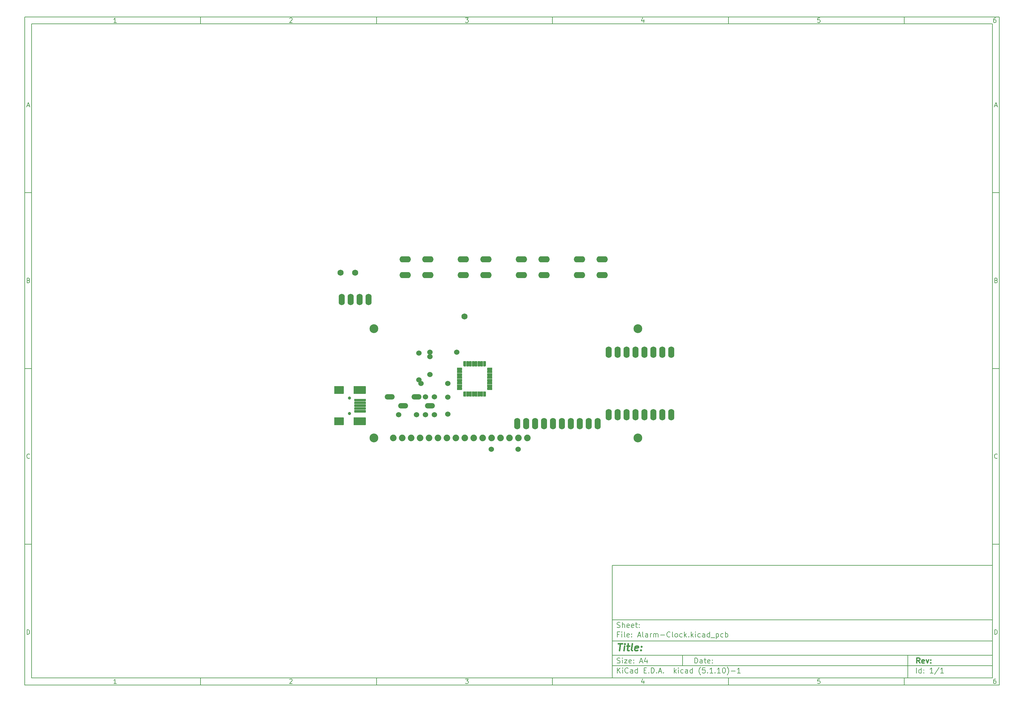
<source format=gbr>
%TF.GenerationSoftware,KiCad,Pcbnew,(5.1.10)-1*%
%TF.CreationDate,2021-11-24T23:11:51+01:00*%
%TF.ProjectId,Alarm-Clock,416c6172-6d2d-4436-9c6f-636b2e6b6963,rev?*%
%TF.SameCoordinates,Original*%
%TF.FileFunction,Soldermask,Top*%
%TF.FilePolarity,Negative*%
%FSLAX46Y46*%
G04 Gerber Fmt 4.6, Leading zero omitted, Abs format (unit mm)*
G04 Created by KiCad (PCBNEW (5.1.10)-1) date 2021-11-24 23:11:51*
%MOMM*%
%LPD*%
G01*
G04 APERTURE LIST*
%ADD10C,0.100000*%
%ADD11C,0.150000*%
%ADD12C,0.300000*%
%ADD13C,0.400000*%
%ADD14C,2.500000*%
%ADD15C,1.879600*%
%ADD16C,1.524000*%
%ADD17O,2.844800X1.524000*%
%ADD18C,0.900000*%
%ADD19O,1.727200X3.251200*%
%ADD20O,3.251200X1.727200*%
%ADD21C,1.727200*%
G04 APERTURE END LIST*
D10*
D11*
X177002200Y-166007200D02*
X177002200Y-198007200D01*
X285002200Y-198007200D01*
X285002200Y-166007200D01*
X177002200Y-166007200D01*
D10*
D11*
X10000000Y-10000000D02*
X10000000Y-200007200D01*
X287002200Y-200007200D01*
X287002200Y-10000000D01*
X10000000Y-10000000D01*
D10*
D11*
X12000000Y-12000000D02*
X12000000Y-198007200D01*
X285002200Y-198007200D01*
X285002200Y-12000000D01*
X12000000Y-12000000D01*
D10*
D11*
X60000000Y-12000000D02*
X60000000Y-10000000D01*
D10*
D11*
X110000000Y-12000000D02*
X110000000Y-10000000D01*
D10*
D11*
X160000000Y-12000000D02*
X160000000Y-10000000D01*
D10*
D11*
X210000000Y-12000000D02*
X210000000Y-10000000D01*
D10*
D11*
X260000000Y-12000000D02*
X260000000Y-10000000D01*
D10*
D11*
X36065476Y-11588095D02*
X35322619Y-11588095D01*
X35694047Y-11588095D02*
X35694047Y-10288095D01*
X35570238Y-10473809D01*
X35446428Y-10597619D01*
X35322619Y-10659523D01*
D10*
D11*
X85322619Y-10411904D02*
X85384523Y-10350000D01*
X85508333Y-10288095D01*
X85817857Y-10288095D01*
X85941666Y-10350000D01*
X86003571Y-10411904D01*
X86065476Y-10535714D01*
X86065476Y-10659523D01*
X86003571Y-10845238D01*
X85260714Y-11588095D01*
X86065476Y-11588095D01*
D10*
D11*
X135260714Y-10288095D02*
X136065476Y-10288095D01*
X135632142Y-10783333D01*
X135817857Y-10783333D01*
X135941666Y-10845238D01*
X136003571Y-10907142D01*
X136065476Y-11030952D01*
X136065476Y-11340476D01*
X136003571Y-11464285D01*
X135941666Y-11526190D01*
X135817857Y-11588095D01*
X135446428Y-11588095D01*
X135322619Y-11526190D01*
X135260714Y-11464285D01*
D10*
D11*
X185941666Y-10721428D02*
X185941666Y-11588095D01*
X185632142Y-10226190D02*
X185322619Y-11154761D01*
X186127380Y-11154761D01*
D10*
D11*
X236003571Y-10288095D02*
X235384523Y-10288095D01*
X235322619Y-10907142D01*
X235384523Y-10845238D01*
X235508333Y-10783333D01*
X235817857Y-10783333D01*
X235941666Y-10845238D01*
X236003571Y-10907142D01*
X236065476Y-11030952D01*
X236065476Y-11340476D01*
X236003571Y-11464285D01*
X235941666Y-11526190D01*
X235817857Y-11588095D01*
X235508333Y-11588095D01*
X235384523Y-11526190D01*
X235322619Y-11464285D01*
D10*
D11*
X285941666Y-10288095D02*
X285694047Y-10288095D01*
X285570238Y-10350000D01*
X285508333Y-10411904D01*
X285384523Y-10597619D01*
X285322619Y-10845238D01*
X285322619Y-11340476D01*
X285384523Y-11464285D01*
X285446428Y-11526190D01*
X285570238Y-11588095D01*
X285817857Y-11588095D01*
X285941666Y-11526190D01*
X286003571Y-11464285D01*
X286065476Y-11340476D01*
X286065476Y-11030952D01*
X286003571Y-10907142D01*
X285941666Y-10845238D01*
X285817857Y-10783333D01*
X285570238Y-10783333D01*
X285446428Y-10845238D01*
X285384523Y-10907142D01*
X285322619Y-11030952D01*
D10*
D11*
X60000000Y-198007200D02*
X60000000Y-200007200D01*
D10*
D11*
X110000000Y-198007200D02*
X110000000Y-200007200D01*
D10*
D11*
X160000000Y-198007200D02*
X160000000Y-200007200D01*
D10*
D11*
X210000000Y-198007200D02*
X210000000Y-200007200D01*
D10*
D11*
X260000000Y-198007200D02*
X260000000Y-200007200D01*
D10*
D11*
X36065476Y-199595295D02*
X35322619Y-199595295D01*
X35694047Y-199595295D02*
X35694047Y-198295295D01*
X35570238Y-198481009D01*
X35446428Y-198604819D01*
X35322619Y-198666723D01*
D10*
D11*
X85322619Y-198419104D02*
X85384523Y-198357200D01*
X85508333Y-198295295D01*
X85817857Y-198295295D01*
X85941666Y-198357200D01*
X86003571Y-198419104D01*
X86065476Y-198542914D01*
X86065476Y-198666723D01*
X86003571Y-198852438D01*
X85260714Y-199595295D01*
X86065476Y-199595295D01*
D10*
D11*
X135260714Y-198295295D02*
X136065476Y-198295295D01*
X135632142Y-198790533D01*
X135817857Y-198790533D01*
X135941666Y-198852438D01*
X136003571Y-198914342D01*
X136065476Y-199038152D01*
X136065476Y-199347676D01*
X136003571Y-199471485D01*
X135941666Y-199533390D01*
X135817857Y-199595295D01*
X135446428Y-199595295D01*
X135322619Y-199533390D01*
X135260714Y-199471485D01*
D10*
D11*
X185941666Y-198728628D02*
X185941666Y-199595295D01*
X185632142Y-198233390D02*
X185322619Y-199161961D01*
X186127380Y-199161961D01*
D10*
D11*
X236003571Y-198295295D02*
X235384523Y-198295295D01*
X235322619Y-198914342D01*
X235384523Y-198852438D01*
X235508333Y-198790533D01*
X235817857Y-198790533D01*
X235941666Y-198852438D01*
X236003571Y-198914342D01*
X236065476Y-199038152D01*
X236065476Y-199347676D01*
X236003571Y-199471485D01*
X235941666Y-199533390D01*
X235817857Y-199595295D01*
X235508333Y-199595295D01*
X235384523Y-199533390D01*
X235322619Y-199471485D01*
D10*
D11*
X285941666Y-198295295D02*
X285694047Y-198295295D01*
X285570238Y-198357200D01*
X285508333Y-198419104D01*
X285384523Y-198604819D01*
X285322619Y-198852438D01*
X285322619Y-199347676D01*
X285384523Y-199471485D01*
X285446428Y-199533390D01*
X285570238Y-199595295D01*
X285817857Y-199595295D01*
X285941666Y-199533390D01*
X286003571Y-199471485D01*
X286065476Y-199347676D01*
X286065476Y-199038152D01*
X286003571Y-198914342D01*
X285941666Y-198852438D01*
X285817857Y-198790533D01*
X285570238Y-198790533D01*
X285446428Y-198852438D01*
X285384523Y-198914342D01*
X285322619Y-199038152D01*
D10*
D11*
X10000000Y-60000000D02*
X12000000Y-60000000D01*
D10*
D11*
X10000000Y-110000000D02*
X12000000Y-110000000D01*
D10*
D11*
X10000000Y-160000000D02*
X12000000Y-160000000D01*
D10*
D11*
X10690476Y-35216666D02*
X11309523Y-35216666D01*
X10566666Y-35588095D02*
X11000000Y-34288095D01*
X11433333Y-35588095D01*
D10*
D11*
X11092857Y-84907142D02*
X11278571Y-84969047D01*
X11340476Y-85030952D01*
X11402380Y-85154761D01*
X11402380Y-85340476D01*
X11340476Y-85464285D01*
X11278571Y-85526190D01*
X11154761Y-85588095D01*
X10659523Y-85588095D01*
X10659523Y-84288095D01*
X11092857Y-84288095D01*
X11216666Y-84350000D01*
X11278571Y-84411904D01*
X11340476Y-84535714D01*
X11340476Y-84659523D01*
X11278571Y-84783333D01*
X11216666Y-84845238D01*
X11092857Y-84907142D01*
X10659523Y-84907142D01*
D10*
D11*
X11402380Y-135464285D02*
X11340476Y-135526190D01*
X11154761Y-135588095D01*
X11030952Y-135588095D01*
X10845238Y-135526190D01*
X10721428Y-135402380D01*
X10659523Y-135278571D01*
X10597619Y-135030952D01*
X10597619Y-134845238D01*
X10659523Y-134597619D01*
X10721428Y-134473809D01*
X10845238Y-134350000D01*
X11030952Y-134288095D01*
X11154761Y-134288095D01*
X11340476Y-134350000D01*
X11402380Y-134411904D01*
D10*
D11*
X10659523Y-185588095D02*
X10659523Y-184288095D01*
X10969047Y-184288095D01*
X11154761Y-184350000D01*
X11278571Y-184473809D01*
X11340476Y-184597619D01*
X11402380Y-184845238D01*
X11402380Y-185030952D01*
X11340476Y-185278571D01*
X11278571Y-185402380D01*
X11154761Y-185526190D01*
X10969047Y-185588095D01*
X10659523Y-185588095D01*
D10*
D11*
X287002200Y-60000000D02*
X285002200Y-60000000D01*
D10*
D11*
X287002200Y-110000000D02*
X285002200Y-110000000D01*
D10*
D11*
X287002200Y-160000000D02*
X285002200Y-160000000D01*
D10*
D11*
X285692676Y-35216666D02*
X286311723Y-35216666D01*
X285568866Y-35588095D02*
X286002200Y-34288095D01*
X286435533Y-35588095D01*
D10*
D11*
X286095057Y-84907142D02*
X286280771Y-84969047D01*
X286342676Y-85030952D01*
X286404580Y-85154761D01*
X286404580Y-85340476D01*
X286342676Y-85464285D01*
X286280771Y-85526190D01*
X286156961Y-85588095D01*
X285661723Y-85588095D01*
X285661723Y-84288095D01*
X286095057Y-84288095D01*
X286218866Y-84350000D01*
X286280771Y-84411904D01*
X286342676Y-84535714D01*
X286342676Y-84659523D01*
X286280771Y-84783333D01*
X286218866Y-84845238D01*
X286095057Y-84907142D01*
X285661723Y-84907142D01*
D10*
D11*
X286404580Y-135464285D02*
X286342676Y-135526190D01*
X286156961Y-135588095D01*
X286033152Y-135588095D01*
X285847438Y-135526190D01*
X285723628Y-135402380D01*
X285661723Y-135278571D01*
X285599819Y-135030952D01*
X285599819Y-134845238D01*
X285661723Y-134597619D01*
X285723628Y-134473809D01*
X285847438Y-134350000D01*
X286033152Y-134288095D01*
X286156961Y-134288095D01*
X286342676Y-134350000D01*
X286404580Y-134411904D01*
D10*
D11*
X285661723Y-185588095D02*
X285661723Y-184288095D01*
X285971247Y-184288095D01*
X286156961Y-184350000D01*
X286280771Y-184473809D01*
X286342676Y-184597619D01*
X286404580Y-184845238D01*
X286404580Y-185030952D01*
X286342676Y-185278571D01*
X286280771Y-185402380D01*
X286156961Y-185526190D01*
X285971247Y-185588095D01*
X285661723Y-185588095D01*
D10*
D11*
X200434342Y-193785771D02*
X200434342Y-192285771D01*
X200791485Y-192285771D01*
X201005771Y-192357200D01*
X201148628Y-192500057D01*
X201220057Y-192642914D01*
X201291485Y-192928628D01*
X201291485Y-193142914D01*
X201220057Y-193428628D01*
X201148628Y-193571485D01*
X201005771Y-193714342D01*
X200791485Y-193785771D01*
X200434342Y-193785771D01*
X202577200Y-193785771D02*
X202577200Y-193000057D01*
X202505771Y-192857200D01*
X202362914Y-192785771D01*
X202077200Y-192785771D01*
X201934342Y-192857200D01*
X202577200Y-193714342D02*
X202434342Y-193785771D01*
X202077200Y-193785771D01*
X201934342Y-193714342D01*
X201862914Y-193571485D01*
X201862914Y-193428628D01*
X201934342Y-193285771D01*
X202077200Y-193214342D01*
X202434342Y-193214342D01*
X202577200Y-193142914D01*
X203077200Y-192785771D02*
X203648628Y-192785771D01*
X203291485Y-192285771D02*
X203291485Y-193571485D01*
X203362914Y-193714342D01*
X203505771Y-193785771D01*
X203648628Y-193785771D01*
X204720057Y-193714342D02*
X204577200Y-193785771D01*
X204291485Y-193785771D01*
X204148628Y-193714342D01*
X204077200Y-193571485D01*
X204077200Y-193000057D01*
X204148628Y-192857200D01*
X204291485Y-192785771D01*
X204577200Y-192785771D01*
X204720057Y-192857200D01*
X204791485Y-193000057D01*
X204791485Y-193142914D01*
X204077200Y-193285771D01*
X205434342Y-193642914D02*
X205505771Y-193714342D01*
X205434342Y-193785771D01*
X205362914Y-193714342D01*
X205434342Y-193642914D01*
X205434342Y-193785771D01*
X205434342Y-192857200D02*
X205505771Y-192928628D01*
X205434342Y-193000057D01*
X205362914Y-192928628D01*
X205434342Y-192857200D01*
X205434342Y-193000057D01*
D10*
D11*
X177002200Y-194507200D02*
X285002200Y-194507200D01*
D10*
D11*
X178434342Y-196585771D02*
X178434342Y-195085771D01*
X179291485Y-196585771D02*
X178648628Y-195728628D01*
X179291485Y-195085771D02*
X178434342Y-195942914D01*
X179934342Y-196585771D02*
X179934342Y-195585771D01*
X179934342Y-195085771D02*
X179862914Y-195157200D01*
X179934342Y-195228628D01*
X180005771Y-195157200D01*
X179934342Y-195085771D01*
X179934342Y-195228628D01*
X181505771Y-196442914D02*
X181434342Y-196514342D01*
X181220057Y-196585771D01*
X181077200Y-196585771D01*
X180862914Y-196514342D01*
X180720057Y-196371485D01*
X180648628Y-196228628D01*
X180577200Y-195942914D01*
X180577200Y-195728628D01*
X180648628Y-195442914D01*
X180720057Y-195300057D01*
X180862914Y-195157200D01*
X181077200Y-195085771D01*
X181220057Y-195085771D01*
X181434342Y-195157200D01*
X181505771Y-195228628D01*
X182791485Y-196585771D02*
X182791485Y-195800057D01*
X182720057Y-195657200D01*
X182577200Y-195585771D01*
X182291485Y-195585771D01*
X182148628Y-195657200D01*
X182791485Y-196514342D02*
X182648628Y-196585771D01*
X182291485Y-196585771D01*
X182148628Y-196514342D01*
X182077200Y-196371485D01*
X182077200Y-196228628D01*
X182148628Y-196085771D01*
X182291485Y-196014342D01*
X182648628Y-196014342D01*
X182791485Y-195942914D01*
X184148628Y-196585771D02*
X184148628Y-195085771D01*
X184148628Y-196514342D02*
X184005771Y-196585771D01*
X183720057Y-196585771D01*
X183577200Y-196514342D01*
X183505771Y-196442914D01*
X183434342Y-196300057D01*
X183434342Y-195871485D01*
X183505771Y-195728628D01*
X183577200Y-195657200D01*
X183720057Y-195585771D01*
X184005771Y-195585771D01*
X184148628Y-195657200D01*
X186005771Y-195800057D02*
X186505771Y-195800057D01*
X186720057Y-196585771D02*
X186005771Y-196585771D01*
X186005771Y-195085771D01*
X186720057Y-195085771D01*
X187362914Y-196442914D02*
X187434342Y-196514342D01*
X187362914Y-196585771D01*
X187291485Y-196514342D01*
X187362914Y-196442914D01*
X187362914Y-196585771D01*
X188077200Y-196585771D02*
X188077200Y-195085771D01*
X188434342Y-195085771D01*
X188648628Y-195157200D01*
X188791485Y-195300057D01*
X188862914Y-195442914D01*
X188934342Y-195728628D01*
X188934342Y-195942914D01*
X188862914Y-196228628D01*
X188791485Y-196371485D01*
X188648628Y-196514342D01*
X188434342Y-196585771D01*
X188077200Y-196585771D01*
X189577200Y-196442914D02*
X189648628Y-196514342D01*
X189577200Y-196585771D01*
X189505771Y-196514342D01*
X189577200Y-196442914D01*
X189577200Y-196585771D01*
X190220057Y-196157200D02*
X190934342Y-196157200D01*
X190077200Y-196585771D02*
X190577200Y-195085771D01*
X191077200Y-196585771D01*
X191577200Y-196442914D02*
X191648628Y-196514342D01*
X191577200Y-196585771D01*
X191505771Y-196514342D01*
X191577200Y-196442914D01*
X191577200Y-196585771D01*
X194577200Y-196585771D02*
X194577200Y-195085771D01*
X194720057Y-196014342D02*
X195148628Y-196585771D01*
X195148628Y-195585771D02*
X194577200Y-196157200D01*
X195791485Y-196585771D02*
X195791485Y-195585771D01*
X195791485Y-195085771D02*
X195720057Y-195157200D01*
X195791485Y-195228628D01*
X195862914Y-195157200D01*
X195791485Y-195085771D01*
X195791485Y-195228628D01*
X197148628Y-196514342D02*
X197005771Y-196585771D01*
X196720057Y-196585771D01*
X196577200Y-196514342D01*
X196505771Y-196442914D01*
X196434342Y-196300057D01*
X196434342Y-195871485D01*
X196505771Y-195728628D01*
X196577200Y-195657200D01*
X196720057Y-195585771D01*
X197005771Y-195585771D01*
X197148628Y-195657200D01*
X198434342Y-196585771D02*
X198434342Y-195800057D01*
X198362914Y-195657200D01*
X198220057Y-195585771D01*
X197934342Y-195585771D01*
X197791485Y-195657200D01*
X198434342Y-196514342D02*
X198291485Y-196585771D01*
X197934342Y-196585771D01*
X197791485Y-196514342D01*
X197720057Y-196371485D01*
X197720057Y-196228628D01*
X197791485Y-196085771D01*
X197934342Y-196014342D01*
X198291485Y-196014342D01*
X198434342Y-195942914D01*
X199791485Y-196585771D02*
X199791485Y-195085771D01*
X199791485Y-196514342D02*
X199648628Y-196585771D01*
X199362914Y-196585771D01*
X199220057Y-196514342D01*
X199148628Y-196442914D01*
X199077200Y-196300057D01*
X199077200Y-195871485D01*
X199148628Y-195728628D01*
X199220057Y-195657200D01*
X199362914Y-195585771D01*
X199648628Y-195585771D01*
X199791485Y-195657200D01*
X202077200Y-197157200D02*
X202005771Y-197085771D01*
X201862914Y-196871485D01*
X201791485Y-196728628D01*
X201720057Y-196514342D01*
X201648628Y-196157200D01*
X201648628Y-195871485D01*
X201720057Y-195514342D01*
X201791485Y-195300057D01*
X201862914Y-195157200D01*
X202005771Y-194942914D01*
X202077200Y-194871485D01*
X203362914Y-195085771D02*
X202648628Y-195085771D01*
X202577200Y-195800057D01*
X202648628Y-195728628D01*
X202791485Y-195657200D01*
X203148628Y-195657200D01*
X203291485Y-195728628D01*
X203362914Y-195800057D01*
X203434342Y-195942914D01*
X203434342Y-196300057D01*
X203362914Y-196442914D01*
X203291485Y-196514342D01*
X203148628Y-196585771D01*
X202791485Y-196585771D01*
X202648628Y-196514342D01*
X202577200Y-196442914D01*
X204077200Y-196442914D02*
X204148628Y-196514342D01*
X204077200Y-196585771D01*
X204005771Y-196514342D01*
X204077200Y-196442914D01*
X204077200Y-196585771D01*
X205577200Y-196585771D02*
X204720057Y-196585771D01*
X205148628Y-196585771D02*
X205148628Y-195085771D01*
X205005771Y-195300057D01*
X204862914Y-195442914D01*
X204720057Y-195514342D01*
X206220057Y-196442914D02*
X206291485Y-196514342D01*
X206220057Y-196585771D01*
X206148628Y-196514342D01*
X206220057Y-196442914D01*
X206220057Y-196585771D01*
X207720057Y-196585771D02*
X206862914Y-196585771D01*
X207291485Y-196585771D02*
X207291485Y-195085771D01*
X207148628Y-195300057D01*
X207005771Y-195442914D01*
X206862914Y-195514342D01*
X208648628Y-195085771D02*
X208791485Y-195085771D01*
X208934342Y-195157200D01*
X209005771Y-195228628D01*
X209077200Y-195371485D01*
X209148628Y-195657200D01*
X209148628Y-196014342D01*
X209077200Y-196300057D01*
X209005771Y-196442914D01*
X208934342Y-196514342D01*
X208791485Y-196585771D01*
X208648628Y-196585771D01*
X208505771Y-196514342D01*
X208434342Y-196442914D01*
X208362914Y-196300057D01*
X208291485Y-196014342D01*
X208291485Y-195657200D01*
X208362914Y-195371485D01*
X208434342Y-195228628D01*
X208505771Y-195157200D01*
X208648628Y-195085771D01*
X209648628Y-197157200D02*
X209720057Y-197085771D01*
X209862914Y-196871485D01*
X209934342Y-196728628D01*
X210005771Y-196514342D01*
X210077200Y-196157200D01*
X210077200Y-195871485D01*
X210005771Y-195514342D01*
X209934342Y-195300057D01*
X209862914Y-195157200D01*
X209720057Y-194942914D01*
X209648628Y-194871485D01*
X210791485Y-196014342D02*
X211934342Y-196014342D01*
X213434342Y-196585771D02*
X212577200Y-196585771D01*
X213005771Y-196585771D02*
X213005771Y-195085771D01*
X212862914Y-195300057D01*
X212720057Y-195442914D01*
X212577200Y-195514342D01*
D10*
D11*
X177002200Y-191507200D02*
X285002200Y-191507200D01*
D10*
D12*
X264411485Y-193785771D02*
X263911485Y-193071485D01*
X263554342Y-193785771D02*
X263554342Y-192285771D01*
X264125771Y-192285771D01*
X264268628Y-192357200D01*
X264340057Y-192428628D01*
X264411485Y-192571485D01*
X264411485Y-192785771D01*
X264340057Y-192928628D01*
X264268628Y-193000057D01*
X264125771Y-193071485D01*
X263554342Y-193071485D01*
X265625771Y-193714342D02*
X265482914Y-193785771D01*
X265197200Y-193785771D01*
X265054342Y-193714342D01*
X264982914Y-193571485D01*
X264982914Y-193000057D01*
X265054342Y-192857200D01*
X265197200Y-192785771D01*
X265482914Y-192785771D01*
X265625771Y-192857200D01*
X265697200Y-193000057D01*
X265697200Y-193142914D01*
X264982914Y-193285771D01*
X266197200Y-192785771D02*
X266554342Y-193785771D01*
X266911485Y-192785771D01*
X267482914Y-193642914D02*
X267554342Y-193714342D01*
X267482914Y-193785771D01*
X267411485Y-193714342D01*
X267482914Y-193642914D01*
X267482914Y-193785771D01*
X267482914Y-192857200D02*
X267554342Y-192928628D01*
X267482914Y-193000057D01*
X267411485Y-192928628D01*
X267482914Y-192857200D01*
X267482914Y-193000057D01*
D10*
D11*
X178362914Y-193714342D02*
X178577200Y-193785771D01*
X178934342Y-193785771D01*
X179077200Y-193714342D01*
X179148628Y-193642914D01*
X179220057Y-193500057D01*
X179220057Y-193357200D01*
X179148628Y-193214342D01*
X179077200Y-193142914D01*
X178934342Y-193071485D01*
X178648628Y-193000057D01*
X178505771Y-192928628D01*
X178434342Y-192857200D01*
X178362914Y-192714342D01*
X178362914Y-192571485D01*
X178434342Y-192428628D01*
X178505771Y-192357200D01*
X178648628Y-192285771D01*
X179005771Y-192285771D01*
X179220057Y-192357200D01*
X179862914Y-193785771D02*
X179862914Y-192785771D01*
X179862914Y-192285771D02*
X179791485Y-192357200D01*
X179862914Y-192428628D01*
X179934342Y-192357200D01*
X179862914Y-192285771D01*
X179862914Y-192428628D01*
X180434342Y-192785771D02*
X181220057Y-192785771D01*
X180434342Y-193785771D01*
X181220057Y-193785771D01*
X182362914Y-193714342D02*
X182220057Y-193785771D01*
X181934342Y-193785771D01*
X181791485Y-193714342D01*
X181720057Y-193571485D01*
X181720057Y-193000057D01*
X181791485Y-192857200D01*
X181934342Y-192785771D01*
X182220057Y-192785771D01*
X182362914Y-192857200D01*
X182434342Y-193000057D01*
X182434342Y-193142914D01*
X181720057Y-193285771D01*
X183077200Y-193642914D02*
X183148628Y-193714342D01*
X183077200Y-193785771D01*
X183005771Y-193714342D01*
X183077200Y-193642914D01*
X183077200Y-193785771D01*
X183077200Y-192857200D02*
X183148628Y-192928628D01*
X183077200Y-193000057D01*
X183005771Y-192928628D01*
X183077200Y-192857200D01*
X183077200Y-193000057D01*
X184862914Y-193357200D02*
X185577200Y-193357200D01*
X184720057Y-193785771D02*
X185220057Y-192285771D01*
X185720057Y-193785771D01*
X186862914Y-192785771D02*
X186862914Y-193785771D01*
X186505771Y-192214342D02*
X186148628Y-193285771D01*
X187077200Y-193285771D01*
D10*
D11*
X263434342Y-196585771D02*
X263434342Y-195085771D01*
X264791485Y-196585771D02*
X264791485Y-195085771D01*
X264791485Y-196514342D02*
X264648628Y-196585771D01*
X264362914Y-196585771D01*
X264220057Y-196514342D01*
X264148628Y-196442914D01*
X264077200Y-196300057D01*
X264077200Y-195871485D01*
X264148628Y-195728628D01*
X264220057Y-195657200D01*
X264362914Y-195585771D01*
X264648628Y-195585771D01*
X264791485Y-195657200D01*
X265505771Y-196442914D02*
X265577200Y-196514342D01*
X265505771Y-196585771D01*
X265434342Y-196514342D01*
X265505771Y-196442914D01*
X265505771Y-196585771D01*
X265505771Y-195657200D02*
X265577200Y-195728628D01*
X265505771Y-195800057D01*
X265434342Y-195728628D01*
X265505771Y-195657200D01*
X265505771Y-195800057D01*
X268148628Y-196585771D02*
X267291485Y-196585771D01*
X267720057Y-196585771D02*
X267720057Y-195085771D01*
X267577200Y-195300057D01*
X267434342Y-195442914D01*
X267291485Y-195514342D01*
X269862914Y-195014342D02*
X268577200Y-196942914D01*
X271148628Y-196585771D02*
X270291485Y-196585771D01*
X270720057Y-196585771D02*
X270720057Y-195085771D01*
X270577200Y-195300057D01*
X270434342Y-195442914D01*
X270291485Y-195514342D01*
D10*
D11*
X177002200Y-187507200D02*
X285002200Y-187507200D01*
D10*
D13*
X178714580Y-188211961D02*
X179857438Y-188211961D01*
X179036009Y-190211961D02*
X179286009Y-188211961D01*
X180274104Y-190211961D02*
X180440771Y-188878628D01*
X180524104Y-188211961D02*
X180416961Y-188307200D01*
X180500295Y-188402438D01*
X180607438Y-188307200D01*
X180524104Y-188211961D01*
X180500295Y-188402438D01*
X181107438Y-188878628D02*
X181869342Y-188878628D01*
X181476485Y-188211961D02*
X181262200Y-189926247D01*
X181333628Y-190116723D01*
X181512200Y-190211961D01*
X181702676Y-190211961D01*
X182655057Y-190211961D02*
X182476485Y-190116723D01*
X182405057Y-189926247D01*
X182619342Y-188211961D01*
X184190771Y-190116723D02*
X183988390Y-190211961D01*
X183607438Y-190211961D01*
X183428866Y-190116723D01*
X183357438Y-189926247D01*
X183452676Y-189164342D01*
X183571723Y-188973866D01*
X183774104Y-188878628D01*
X184155057Y-188878628D01*
X184333628Y-188973866D01*
X184405057Y-189164342D01*
X184381247Y-189354819D01*
X183405057Y-189545295D01*
X185155057Y-190021485D02*
X185238390Y-190116723D01*
X185131247Y-190211961D01*
X185047914Y-190116723D01*
X185155057Y-190021485D01*
X185131247Y-190211961D01*
X185286009Y-188973866D02*
X185369342Y-189069104D01*
X185262200Y-189164342D01*
X185178866Y-189069104D01*
X185286009Y-188973866D01*
X185262200Y-189164342D01*
D10*
D11*
X178934342Y-185600057D02*
X178434342Y-185600057D01*
X178434342Y-186385771D02*
X178434342Y-184885771D01*
X179148628Y-184885771D01*
X179720057Y-186385771D02*
X179720057Y-185385771D01*
X179720057Y-184885771D02*
X179648628Y-184957200D01*
X179720057Y-185028628D01*
X179791485Y-184957200D01*
X179720057Y-184885771D01*
X179720057Y-185028628D01*
X180648628Y-186385771D02*
X180505771Y-186314342D01*
X180434342Y-186171485D01*
X180434342Y-184885771D01*
X181791485Y-186314342D02*
X181648628Y-186385771D01*
X181362914Y-186385771D01*
X181220057Y-186314342D01*
X181148628Y-186171485D01*
X181148628Y-185600057D01*
X181220057Y-185457200D01*
X181362914Y-185385771D01*
X181648628Y-185385771D01*
X181791485Y-185457200D01*
X181862914Y-185600057D01*
X181862914Y-185742914D01*
X181148628Y-185885771D01*
X182505771Y-186242914D02*
X182577200Y-186314342D01*
X182505771Y-186385771D01*
X182434342Y-186314342D01*
X182505771Y-186242914D01*
X182505771Y-186385771D01*
X182505771Y-185457200D02*
X182577200Y-185528628D01*
X182505771Y-185600057D01*
X182434342Y-185528628D01*
X182505771Y-185457200D01*
X182505771Y-185600057D01*
X184291485Y-185957200D02*
X185005771Y-185957200D01*
X184148628Y-186385771D02*
X184648628Y-184885771D01*
X185148628Y-186385771D01*
X185862914Y-186385771D02*
X185720057Y-186314342D01*
X185648628Y-186171485D01*
X185648628Y-184885771D01*
X187077200Y-186385771D02*
X187077200Y-185600057D01*
X187005771Y-185457200D01*
X186862914Y-185385771D01*
X186577200Y-185385771D01*
X186434342Y-185457200D01*
X187077200Y-186314342D02*
X186934342Y-186385771D01*
X186577200Y-186385771D01*
X186434342Y-186314342D01*
X186362914Y-186171485D01*
X186362914Y-186028628D01*
X186434342Y-185885771D01*
X186577200Y-185814342D01*
X186934342Y-185814342D01*
X187077200Y-185742914D01*
X187791485Y-186385771D02*
X187791485Y-185385771D01*
X187791485Y-185671485D02*
X187862914Y-185528628D01*
X187934342Y-185457200D01*
X188077200Y-185385771D01*
X188220057Y-185385771D01*
X188720057Y-186385771D02*
X188720057Y-185385771D01*
X188720057Y-185528628D02*
X188791485Y-185457200D01*
X188934342Y-185385771D01*
X189148628Y-185385771D01*
X189291485Y-185457200D01*
X189362914Y-185600057D01*
X189362914Y-186385771D01*
X189362914Y-185600057D02*
X189434342Y-185457200D01*
X189577200Y-185385771D01*
X189791485Y-185385771D01*
X189934342Y-185457200D01*
X190005771Y-185600057D01*
X190005771Y-186385771D01*
X190720057Y-185814342D02*
X191862914Y-185814342D01*
X193434342Y-186242914D02*
X193362914Y-186314342D01*
X193148628Y-186385771D01*
X193005771Y-186385771D01*
X192791485Y-186314342D01*
X192648628Y-186171485D01*
X192577200Y-186028628D01*
X192505771Y-185742914D01*
X192505771Y-185528628D01*
X192577200Y-185242914D01*
X192648628Y-185100057D01*
X192791485Y-184957200D01*
X193005771Y-184885771D01*
X193148628Y-184885771D01*
X193362914Y-184957200D01*
X193434342Y-185028628D01*
X194291485Y-186385771D02*
X194148628Y-186314342D01*
X194077200Y-186171485D01*
X194077200Y-184885771D01*
X195077200Y-186385771D02*
X194934342Y-186314342D01*
X194862914Y-186242914D01*
X194791485Y-186100057D01*
X194791485Y-185671485D01*
X194862914Y-185528628D01*
X194934342Y-185457200D01*
X195077200Y-185385771D01*
X195291485Y-185385771D01*
X195434342Y-185457200D01*
X195505771Y-185528628D01*
X195577200Y-185671485D01*
X195577200Y-186100057D01*
X195505771Y-186242914D01*
X195434342Y-186314342D01*
X195291485Y-186385771D01*
X195077200Y-186385771D01*
X196862914Y-186314342D02*
X196720057Y-186385771D01*
X196434342Y-186385771D01*
X196291485Y-186314342D01*
X196220057Y-186242914D01*
X196148628Y-186100057D01*
X196148628Y-185671485D01*
X196220057Y-185528628D01*
X196291485Y-185457200D01*
X196434342Y-185385771D01*
X196720057Y-185385771D01*
X196862914Y-185457200D01*
X197505771Y-186385771D02*
X197505771Y-184885771D01*
X197648628Y-185814342D02*
X198077200Y-186385771D01*
X198077200Y-185385771D02*
X197505771Y-185957200D01*
X198720057Y-186242914D02*
X198791485Y-186314342D01*
X198720057Y-186385771D01*
X198648628Y-186314342D01*
X198720057Y-186242914D01*
X198720057Y-186385771D01*
X199434342Y-186385771D02*
X199434342Y-184885771D01*
X199577200Y-185814342D02*
X200005771Y-186385771D01*
X200005771Y-185385771D02*
X199434342Y-185957200D01*
X200648628Y-186385771D02*
X200648628Y-185385771D01*
X200648628Y-184885771D02*
X200577200Y-184957200D01*
X200648628Y-185028628D01*
X200720057Y-184957200D01*
X200648628Y-184885771D01*
X200648628Y-185028628D01*
X202005771Y-186314342D02*
X201862914Y-186385771D01*
X201577200Y-186385771D01*
X201434342Y-186314342D01*
X201362914Y-186242914D01*
X201291485Y-186100057D01*
X201291485Y-185671485D01*
X201362914Y-185528628D01*
X201434342Y-185457200D01*
X201577200Y-185385771D01*
X201862914Y-185385771D01*
X202005771Y-185457200D01*
X203291485Y-186385771D02*
X203291485Y-185600057D01*
X203220057Y-185457200D01*
X203077200Y-185385771D01*
X202791485Y-185385771D01*
X202648628Y-185457200D01*
X203291485Y-186314342D02*
X203148628Y-186385771D01*
X202791485Y-186385771D01*
X202648628Y-186314342D01*
X202577200Y-186171485D01*
X202577200Y-186028628D01*
X202648628Y-185885771D01*
X202791485Y-185814342D01*
X203148628Y-185814342D01*
X203291485Y-185742914D01*
X204648628Y-186385771D02*
X204648628Y-184885771D01*
X204648628Y-186314342D02*
X204505771Y-186385771D01*
X204220057Y-186385771D01*
X204077200Y-186314342D01*
X204005771Y-186242914D01*
X203934342Y-186100057D01*
X203934342Y-185671485D01*
X204005771Y-185528628D01*
X204077200Y-185457200D01*
X204220057Y-185385771D01*
X204505771Y-185385771D01*
X204648628Y-185457200D01*
X205005771Y-186528628D02*
X206148628Y-186528628D01*
X206505771Y-185385771D02*
X206505771Y-186885771D01*
X206505771Y-185457200D02*
X206648628Y-185385771D01*
X206934342Y-185385771D01*
X207077200Y-185457200D01*
X207148628Y-185528628D01*
X207220057Y-185671485D01*
X207220057Y-186100057D01*
X207148628Y-186242914D01*
X207077200Y-186314342D01*
X206934342Y-186385771D01*
X206648628Y-186385771D01*
X206505771Y-186314342D01*
X208505771Y-186314342D02*
X208362914Y-186385771D01*
X208077200Y-186385771D01*
X207934342Y-186314342D01*
X207862914Y-186242914D01*
X207791485Y-186100057D01*
X207791485Y-185671485D01*
X207862914Y-185528628D01*
X207934342Y-185457200D01*
X208077200Y-185385771D01*
X208362914Y-185385771D01*
X208505771Y-185457200D01*
X209148628Y-186385771D02*
X209148628Y-184885771D01*
X209148628Y-185457200D02*
X209291485Y-185385771D01*
X209577200Y-185385771D01*
X209720057Y-185457200D01*
X209791485Y-185528628D01*
X209862914Y-185671485D01*
X209862914Y-186100057D01*
X209791485Y-186242914D01*
X209720057Y-186314342D01*
X209577200Y-186385771D01*
X209291485Y-186385771D01*
X209148628Y-186314342D01*
D10*
D11*
X177002200Y-181507200D02*
X285002200Y-181507200D01*
D10*
D11*
X178362914Y-183614342D02*
X178577200Y-183685771D01*
X178934342Y-183685771D01*
X179077200Y-183614342D01*
X179148628Y-183542914D01*
X179220057Y-183400057D01*
X179220057Y-183257200D01*
X179148628Y-183114342D01*
X179077200Y-183042914D01*
X178934342Y-182971485D01*
X178648628Y-182900057D01*
X178505771Y-182828628D01*
X178434342Y-182757200D01*
X178362914Y-182614342D01*
X178362914Y-182471485D01*
X178434342Y-182328628D01*
X178505771Y-182257200D01*
X178648628Y-182185771D01*
X179005771Y-182185771D01*
X179220057Y-182257200D01*
X179862914Y-183685771D02*
X179862914Y-182185771D01*
X180505771Y-183685771D02*
X180505771Y-182900057D01*
X180434342Y-182757200D01*
X180291485Y-182685771D01*
X180077200Y-182685771D01*
X179934342Y-182757200D01*
X179862914Y-182828628D01*
X181791485Y-183614342D02*
X181648628Y-183685771D01*
X181362914Y-183685771D01*
X181220057Y-183614342D01*
X181148628Y-183471485D01*
X181148628Y-182900057D01*
X181220057Y-182757200D01*
X181362914Y-182685771D01*
X181648628Y-182685771D01*
X181791485Y-182757200D01*
X181862914Y-182900057D01*
X181862914Y-183042914D01*
X181148628Y-183185771D01*
X183077200Y-183614342D02*
X182934342Y-183685771D01*
X182648628Y-183685771D01*
X182505771Y-183614342D01*
X182434342Y-183471485D01*
X182434342Y-182900057D01*
X182505771Y-182757200D01*
X182648628Y-182685771D01*
X182934342Y-182685771D01*
X183077200Y-182757200D01*
X183148628Y-182900057D01*
X183148628Y-183042914D01*
X182434342Y-183185771D01*
X183577200Y-182685771D02*
X184148628Y-182685771D01*
X183791485Y-182185771D02*
X183791485Y-183471485D01*
X183862914Y-183614342D01*
X184005771Y-183685771D01*
X184148628Y-183685771D01*
X184648628Y-183542914D02*
X184720057Y-183614342D01*
X184648628Y-183685771D01*
X184577200Y-183614342D01*
X184648628Y-183542914D01*
X184648628Y-183685771D01*
X184648628Y-182757200D02*
X184720057Y-182828628D01*
X184648628Y-182900057D01*
X184577200Y-182828628D01*
X184648628Y-182757200D01*
X184648628Y-182900057D01*
D10*
D11*
X197002200Y-191507200D02*
X197002200Y-194507200D01*
D10*
D11*
X261002200Y-191507200D02*
X261002200Y-198007200D01*
D14*
%TO.C,DIS1*%
X184261100Y-129706100D03*
X109261100Y-129706100D03*
X184261100Y-98706100D03*
X109261100Y-98706100D03*
D15*
X152861100Y-129706100D03*
X150321100Y-129706100D03*
X147781100Y-129706100D03*
X145241100Y-129706100D03*
X142701100Y-129706100D03*
X140161100Y-129706100D03*
X137621100Y-129706100D03*
X135081100Y-129706100D03*
X132541100Y-129706100D03*
X130001100Y-129706100D03*
X127461100Y-129706100D03*
X124921100Y-129706100D03*
X122381100Y-129706100D03*
X119841100Y-129706100D03*
X117301100Y-129706100D03*
X114761100Y-129706100D03*
%TD*%
D16*
%TO.C,Q1*%
X130251100Y-118143100D03*
X130251100Y-122969100D03*
%TD*%
%TO.C,IC1*%
G36*
G01*
X134690100Y-109278500D02*
X134690100Y-108008500D01*
G75*
G02*
X134791700Y-107906900I101600J0D01*
G01*
X135350500Y-107906900D01*
G75*
G02*
X135452100Y-108008500I0J-101600D01*
G01*
X135452100Y-109278500D01*
G75*
G02*
X135350500Y-109380100I-101600J0D01*
G01*
X134791700Y-109380100D01*
G75*
G02*
X134690100Y-109278500I0J101600D01*
G01*
G37*
G36*
G01*
X135490100Y-109278500D02*
X135490100Y-108008500D01*
G75*
G02*
X135591700Y-107906900I101600J0D01*
G01*
X136150500Y-107906900D01*
G75*
G02*
X136252100Y-108008500I0J-101600D01*
G01*
X136252100Y-109278500D01*
G75*
G02*
X136150500Y-109380100I-101600J0D01*
G01*
X135591700Y-109380100D01*
G75*
G02*
X135490100Y-109278500I0J101600D01*
G01*
G37*
G36*
G01*
X136290100Y-109278500D02*
X136290100Y-108008500D01*
G75*
G02*
X136391700Y-107906900I101600J0D01*
G01*
X136950500Y-107906900D01*
G75*
G02*
X137052100Y-108008500I0J-101600D01*
G01*
X137052100Y-109278500D01*
G75*
G02*
X136950500Y-109380100I-101600J0D01*
G01*
X136391700Y-109380100D01*
G75*
G02*
X136290100Y-109278500I0J101600D01*
G01*
G37*
G36*
G01*
X137090100Y-109278500D02*
X137090100Y-108008500D01*
G75*
G02*
X137191700Y-107906900I101600J0D01*
G01*
X137750500Y-107906900D01*
G75*
G02*
X137852100Y-108008500I0J-101600D01*
G01*
X137852100Y-109278500D01*
G75*
G02*
X137750500Y-109380100I-101600J0D01*
G01*
X137191700Y-109380100D01*
G75*
G02*
X137090100Y-109278500I0J101600D01*
G01*
G37*
G36*
G01*
X137890100Y-109278500D02*
X137890100Y-108008500D01*
G75*
G02*
X137991700Y-107906900I101600J0D01*
G01*
X138550500Y-107906900D01*
G75*
G02*
X138652100Y-108008500I0J-101600D01*
G01*
X138652100Y-109278500D01*
G75*
G02*
X138550500Y-109380100I-101600J0D01*
G01*
X137991700Y-109380100D01*
G75*
G02*
X137890100Y-109278500I0J101600D01*
G01*
G37*
G36*
G01*
X138690100Y-109278500D02*
X138690100Y-108008500D01*
G75*
G02*
X138791700Y-107906900I101600J0D01*
G01*
X139350500Y-107906900D01*
G75*
G02*
X139452100Y-108008500I0J-101600D01*
G01*
X139452100Y-109278500D01*
G75*
G02*
X139350500Y-109380100I-101600J0D01*
G01*
X138791700Y-109380100D01*
G75*
G02*
X138690100Y-109278500I0J101600D01*
G01*
G37*
G36*
G01*
X139490100Y-109278500D02*
X139490100Y-108008500D01*
G75*
G02*
X139591700Y-107906900I101600J0D01*
G01*
X140150500Y-107906900D01*
G75*
G02*
X140252100Y-108008500I0J-101600D01*
G01*
X140252100Y-109278500D01*
G75*
G02*
X140150500Y-109380100I-101600J0D01*
G01*
X139591700Y-109380100D01*
G75*
G02*
X139490100Y-109278500I0J101600D01*
G01*
G37*
G36*
G01*
X140290100Y-109278500D02*
X140290100Y-108008500D01*
G75*
G02*
X140391700Y-107906900I101600J0D01*
G01*
X140950500Y-107906900D01*
G75*
G02*
X141052100Y-108008500I0J-101600D01*
G01*
X141052100Y-109278500D01*
G75*
G02*
X140950500Y-109380100I-101600J0D01*
G01*
X140391700Y-109380100D01*
G75*
G02*
X140290100Y-109278500I0J101600D01*
G01*
G37*
G36*
G01*
X141427100Y-110415500D02*
X141427100Y-109856700D01*
G75*
G02*
X141528700Y-109755100I101600J0D01*
G01*
X142798700Y-109755100D01*
G75*
G02*
X142900300Y-109856700I0J-101600D01*
G01*
X142900300Y-110415500D01*
G75*
G02*
X142798700Y-110517100I-101600J0D01*
G01*
X141528700Y-110517100D01*
G75*
G02*
X141427100Y-110415500I0J101600D01*
G01*
G37*
G36*
G01*
X141427100Y-111215500D02*
X141427100Y-110656700D01*
G75*
G02*
X141528700Y-110555100I101600J0D01*
G01*
X142798700Y-110555100D01*
G75*
G02*
X142900300Y-110656700I0J-101600D01*
G01*
X142900300Y-111215500D01*
G75*
G02*
X142798700Y-111317100I-101600J0D01*
G01*
X141528700Y-111317100D01*
G75*
G02*
X141427100Y-111215500I0J101600D01*
G01*
G37*
G36*
G01*
X141427100Y-112015500D02*
X141427100Y-111456700D01*
G75*
G02*
X141528700Y-111355100I101600J0D01*
G01*
X142798700Y-111355100D01*
G75*
G02*
X142900300Y-111456700I0J-101600D01*
G01*
X142900300Y-112015500D01*
G75*
G02*
X142798700Y-112117100I-101600J0D01*
G01*
X141528700Y-112117100D01*
G75*
G02*
X141427100Y-112015500I0J101600D01*
G01*
G37*
G36*
G01*
X141427100Y-112815500D02*
X141427100Y-112256700D01*
G75*
G02*
X141528700Y-112155100I101600J0D01*
G01*
X142798700Y-112155100D01*
G75*
G02*
X142900300Y-112256700I0J-101600D01*
G01*
X142900300Y-112815500D01*
G75*
G02*
X142798700Y-112917100I-101600J0D01*
G01*
X141528700Y-112917100D01*
G75*
G02*
X141427100Y-112815500I0J101600D01*
G01*
G37*
G36*
G01*
X141427100Y-113615500D02*
X141427100Y-113056700D01*
G75*
G02*
X141528700Y-112955100I101600J0D01*
G01*
X142798700Y-112955100D01*
G75*
G02*
X142900300Y-113056700I0J-101600D01*
G01*
X142900300Y-113615500D01*
G75*
G02*
X142798700Y-113717100I-101600J0D01*
G01*
X141528700Y-113717100D01*
G75*
G02*
X141427100Y-113615500I0J101600D01*
G01*
G37*
G36*
G01*
X141427100Y-114415500D02*
X141427100Y-113856700D01*
G75*
G02*
X141528700Y-113755100I101600J0D01*
G01*
X142798700Y-113755100D01*
G75*
G02*
X142900300Y-113856700I0J-101600D01*
G01*
X142900300Y-114415500D01*
G75*
G02*
X142798700Y-114517100I-101600J0D01*
G01*
X141528700Y-114517100D01*
G75*
G02*
X141427100Y-114415500I0J101600D01*
G01*
G37*
G36*
G01*
X141427100Y-115215500D02*
X141427100Y-114656700D01*
G75*
G02*
X141528700Y-114555100I101600J0D01*
G01*
X142798700Y-114555100D01*
G75*
G02*
X142900300Y-114656700I0J-101600D01*
G01*
X142900300Y-115215500D01*
G75*
G02*
X142798700Y-115317100I-101600J0D01*
G01*
X141528700Y-115317100D01*
G75*
G02*
X141427100Y-115215500I0J101600D01*
G01*
G37*
G36*
G01*
X141427100Y-116015500D02*
X141427100Y-115456700D01*
G75*
G02*
X141528700Y-115355100I101600J0D01*
G01*
X142798700Y-115355100D01*
G75*
G02*
X142900300Y-115456700I0J-101600D01*
G01*
X142900300Y-116015500D01*
G75*
G02*
X142798700Y-116117100I-101600J0D01*
G01*
X141528700Y-116117100D01*
G75*
G02*
X141427100Y-116015500I0J101600D01*
G01*
G37*
G36*
G01*
X140290100Y-117863700D02*
X140290100Y-116593700D01*
G75*
G02*
X140391700Y-116492100I101600J0D01*
G01*
X140950500Y-116492100D01*
G75*
G02*
X141052100Y-116593700I0J-101600D01*
G01*
X141052100Y-117863700D01*
G75*
G02*
X140950500Y-117965300I-101600J0D01*
G01*
X140391700Y-117965300D01*
G75*
G02*
X140290100Y-117863700I0J101600D01*
G01*
G37*
G36*
G01*
X139490100Y-117863700D02*
X139490100Y-116593700D01*
G75*
G02*
X139591700Y-116492100I101600J0D01*
G01*
X140150500Y-116492100D01*
G75*
G02*
X140252100Y-116593700I0J-101600D01*
G01*
X140252100Y-117863700D01*
G75*
G02*
X140150500Y-117965300I-101600J0D01*
G01*
X139591700Y-117965300D01*
G75*
G02*
X139490100Y-117863700I0J101600D01*
G01*
G37*
G36*
G01*
X138690100Y-117863700D02*
X138690100Y-116593700D01*
G75*
G02*
X138791700Y-116492100I101600J0D01*
G01*
X139350500Y-116492100D01*
G75*
G02*
X139452100Y-116593700I0J-101600D01*
G01*
X139452100Y-117863700D01*
G75*
G02*
X139350500Y-117965300I-101600J0D01*
G01*
X138791700Y-117965300D01*
G75*
G02*
X138690100Y-117863700I0J101600D01*
G01*
G37*
G36*
G01*
X137890100Y-117863700D02*
X137890100Y-116593700D01*
G75*
G02*
X137991700Y-116492100I101600J0D01*
G01*
X138550500Y-116492100D01*
G75*
G02*
X138652100Y-116593700I0J-101600D01*
G01*
X138652100Y-117863700D01*
G75*
G02*
X138550500Y-117965300I-101600J0D01*
G01*
X137991700Y-117965300D01*
G75*
G02*
X137890100Y-117863700I0J101600D01*
G01*
G37*
G36*
G01*
X137090100Y-117863700D02*
X137090100Y-116593700D01*
G75*
G02*
X137191700Y-116492100I101600J0D01*
G01*
X137750500Y-116492100D01*
G75*
G02*
X137852100Y-116593700I0J-101600D01*
G01*
X137852100Y-117863700D01*
G75*
G02*
X137750500Y-117965300I-101600J0D01*
G01*
X137191700Y-117965300D01*
G75*
G02*
X137090100Y-117863700I0J101600D01*
G01*
G37*
G36*
G01*
X136290100Y-117863700D02*
X136290100Y-116593700D01*
G75*
G02*
X136391700Y-116492100I101600J0D01*
G01*
X136950500Y-116492100D01*
G75*
G02*
X137052100Y-116593700I0J-101600D01*
G01*
X137052100Y-117863700D01*
G75*
G02*
X136950500Y-117965300I-101600J0D01*
G01*
X136391700Y-117965300D01*
G75*
G02*
X136290100Y-117863700I0J101600D01*
G01*
G37*
G36*
G01*
X135490100Y-117863700D02*
X135490100Y-116593700D01*
G75*
G02*
X135591700Y-116492100I101600J0D01*
G01*
X136150500Y-116492100D01*
G75*
G02*
X136252100Y-116593700I0J-101600D01*
G01*
X136252100Y-117863700D01*
G75*
G02*
X136150500Y-117965300I-101600J0D01*
G01*
X135591700Y-117965300D01*
G75*
G02*
X135490100Y-117863700I0J101600D01*
G01*
G37*
G36*
G01*
X134690100Y-117863700D02*
X134690100Y-116593700D01*
G75*
G02*
X134791700Y-116492100I101600J0D01*
G01*
X135350500Y-116492100D01*
G75*
G02*
X135452100Y-116593700I0J-101600D01*
G01*
X135452100Y-117863700D01*
G75*
G02*
X135350500Y-117965300I-101600J0D01*
G01*
X134791700Y-117965300D01*
G75*
G02*
X134690100Y-117863700I0J101600D01*
G01*
G37*
G36*
G01*
X132841900Y-116015500D02*
X132841900Y-115456700D01*
G75*
G02*
X132943500Y-115355100I101600J0D01*
G01*
X134213500Y-115355100D01*
G75*
G02*
X134315100Y-115456700I0J-101600D01*
G01*
X134315100Y-116015500D01*
G75*
G02*
X134213500Y-116117100I-101600J0D01*
G01*
X132943500Y-116117100D01*
G75*
G02*
X132841900Y-116015500I0J101600D01*
G01*
G37*
G36*
G01*
X132841900Y-115215500D02*
X132841900Y-114656700D01*
G75*
G02*
X132943500Y-114555100I101600J0D01*
G01*
X134213500Y-114555100D01*
G75*
G02*
X134315100Y-114656700I0J-101600D01*
G01*
X134315100Y-115215500D01*
G75*
G02*
X134213500Y-115317100I-101600J0D01*
G01*
X132943500Y-115317100D01*
G75*
G02*
X132841900Y-115215500I0J101600D01*
G01*
G37*
G36*
G01*
X132841900Y-114415500D02*
X132841900Y-113856700D01*
G75*
G02*
X132943500Y-113755100I101600J0D01*
G01*
X134213500Y-113755100D01*
G75*
G02*
X134315100Y-113856700I0J-101600D01*
G01*
X134315100Y-114415500D01*
G75*
G02*
X134213500Y-114517100I-101600J0D01*
G01*
X132943500Y-114517100D01*
G75*
G02*
X132841900Y-114415500I0J101600D01*
G01*
G37*
G36*
G01*
X132841900Y-113615500D02*
X132841900Y-113056700D01*
G75*
G02*
X132943500Y-112955100I101600J0D01*
G01*
X134213500Y-112955100D01*
G75*
G02*
X134315100Y-113056700I0J-101600D01*
G01*
X134315100Y-113615500D01*
G75*
G02*
X134213500Y-113717100I-101600J0D01*
G01*
X132943500Y-113717100D01*
G75*
G02*
X132841900Y-113615500I0J101600D01*
G01*
G37*
G36*
G01*
X132841900Y-112815500D02*
X132841900Y-112256700D01*
G75*
G02*
X132943500Y-112155100I101600J0D01*
G01*
X134213500Y-112155100D01*
G75*
G02*
X134315100Y-112256700I0J-101600D01*
G01*
X134315100Y-112815500D01*
G75*
G02*
X134213500Y-112917100I-101600J0D01*
G01*
X132943500Y-112917100D01*
G75*
G02*
X132841900Y-112815500I0J101600D01*
G01*
G37*
G36*
G01*
X132841900Y-112015500D02*
X132841900Y-111456700D01*
G75*
G02*
X132943500Y-111355100I101600J0D01*
G01*
X134213500Y-111355100D01*
G75*
G02*
X134315100Y-111456700I0J-101600D01*
G01*
X134315100Y-112015500D01*
G75*
G02*
X134213500Y-112117100I-101600J0D01*
G01*
X132943500Y-112117100D01*
G75*
G02*
X132841900Y-112015500I0J101600D01*
G01*
G37*
G36*
G01*
X132841900Y-111215500D02*
X132841900Y-110656700D01*
G75*
G02*
X132943500Y-110555100I101600J0D01*
G01*
X134213500Y-110555100D01*
G75*
G02*
X134315100Y-110656700I0J-101600D01*
G01*
X134315100Y-111215500D01*
G75*
G02*
X134213500Y-111317100I-101600J0D01*
G01*
X132943500Y-111317100D01*
G75*
G02*
X132841900Y-111215500I0J101600D01*
G01*
G37*
G36*
G01*
X132841900Y-110415500D02*
X132841900Y-109856700D01*
G75*
G02*
X132943500Y-109755100I101600J0D01*
G01*
X134213500Y-109755100D01*
G75*
G02*
X134315100Y-109856700I0J-101600D01*
G01*
X134315100Y-110415500D01*
G75*
G02*
X134213500Y-110517100I-101600J0D01*
G01*
X132943500Y-110517100D01*
G75*
G02*
X132841900Y-110415500I0J101600D01*
G01*
G37*
%TD*%
%TO.C,R1*%
X125171100Y-105316100D03*
X132791100Y-105316100D03*
%TD*%
%TO.C,R2*%
X121996100Y-113253600D03*
X121996100Y-105633600D03*
%TD*%
%TO.C,R3*%
X125171100Y-111666100D03*
X125171100Y-106586100D03*
%TD*%
%TO.C,R4*%
X122631100Y-114206100D03*
X130251100Y-114206100D03*
%TD*%
D17*
%TO.C,D1*%
X117551100Y-120556100D03*
X125171100Y-120556100D03*
%TD*%
%TO.C,D2*%
X113741100Y-118016100D03*
X121361100Y-118016100D03*
%TD*%
D16*
%TO.C,C1*%
X123901100Y-123096100D03*
X126441100Y-123096100D03*
%TD*%
%TO.C,C2*%
X123901100Y-118016100D03*
X126441100Y-118016100D03*
%TD*%
%TO.C,R5*%
X116281100Y-123096100D03*
X121361100Y-123096100D03*
%TD*%
D18*
%TO.C,X1*%
X102311100Y-122756100D03*
X102311100Y-118356100D03*
G36*
G01*
X103659500Y-122406100D02*
X103659500Y-121906100D01*
G75*
G02*
X103761100Y-121804500I101600J0D01*
G01*
X106861100Y-121804500D01*
G75*
G02*
X106962700Y-121906100I0J-101600D01*
G01*
X106962700Y-122406100D01*
G75*
G02*
X106861100Y-122507700I-101600J0D01*
G01*
X103761100Y-122507700D01*
G75*
G02*
X103659500Y-122406100I0J101600D01*
G01*
G37*
G36*
G01*
X103659500Y-121606100D02*
X103659500Y-121106100D01*
G75*
G02*
X103761100Y-121004500I101600J0D01*
G01*
X106861100Y-121004500D01*
G75*
G02*
X106962700Y-121106100I0J-101600D01*
G01*
X106962700Y-121606100D01*
G75*
G02*
X106861100Y-121707700I-101600J0D01*
G01*
X103761100Y-121707700D01*
G75*
G02*
X103659500Y-121606100I0J101600D01*
G01*
G37*
G36*
G01*
X103659500Y-120806100D02*
X103659500Y-120306100D01*
G75*
G02*
X103761100Y-120204500I101600J0D01*
G01*
X106861100Y-120204500D01*
G75*
G02*
X106962700Y-120306100I0J-101600D01*
G01*
X106962700Y-120806100D01*
G75*
G02*
X106861100Y-120907700I-101600J0D01*
G01*
X103761100Y-120907700D01*
G75*
G02*
X103659500Y-120806100I0J101600D01*
G01*
G37*
G36*
G01*
X103659500Y-120006100D02*
X103659500Y-119506100D01*
G75*
G02*
X103761100Y-119404500I101600J0D01*
G01*
X106861100Y-119404500D01*
G75*
G02*
X106962700Y-119506100I0J-101600D01*
G01*
X106962700Y-120006100D01*
G75*
G02*
X106861100Y-120107700I-101600J0D01*
G01*
X103761100Y-120107700D01*
G75*
G02*
X103659500Y-120006100I0J101600D01*
G01*
G37*
G36*
G01*
X103659500Y-119206100D02*
X103659500Y-118706100D01*
G75*
G02*
X103761100Y-118604500I101600J0D01*
G01*
X106861100Y-118604500D01*
G75*
G02*
X106962700Y-118706100I0J-101600D01*
G01*
X106962700Y-119206100D01*
G75*
G02*
X106861100Y-119307700I-101600J0D01*
G01*
X103761100Y-119307700D01*
G75*
G02*
X103659500Y-119206100I0J101600D01*
G01*
G37*
G36*
G01*
X103459500Y-117106100D02*
X103459500Y-115106100D01*
G75*
G02*
X103561100Y-115004500I101600J0D01*
G01*
X106861100Y-115004500D01*
G75*
G02*
X106962700Y-115106100I0J-101600D01*
G01*
X106962700Y-117106100D01*
G75*
G02*
X106861100Y-117207700I-101600J0D01*
G01*
X103561100Y-117207700D01*
G75*
G02*
X103459500Y-117106100I0J101600D01*
G01*
G37*
G36*
G01*
X103459500Y-126006100D02*
X103459500Y-124006100D01*
G75*
G02*
X103561100Y-123904500I101600J0D01*
G01*
X106861100Y-123904500D01*
G75*
G02*
X106962700Y-124006100I0J-101600D01*
G01*
X106962700Y-126006100D01*
G75*
G02*
X106861100Y-126107700I-101600J0D01*
G01*
X103561100Y-126107700D01*
G75*
G02*
X103459500Y-126006100I0J101600D01*
G01*
G37*
G36*
G01*
X97959500Y-117106100D02*
X97959500Y-115106100D01*
G75*
G02*
X98061100Y-115004500I101600J0D01*
G01*
X100561100Y-115004500D01*
G75*
G02*
X100662700Y-115106100I0J-101600D01*
G01*
X100662700Y-117106100D01*
G75*
G02*
X100561100Y-117207700I-101600J0D01*
G01*
X98061100Y-117207700D01*
G75*
G02*
X97959500Y-117106100I0J101600D01*
G01*
G37*
G36*
G01*
X97959500Y-126006100D02*
X97959500Y-124006100D01*
G75*
G02*
X98061100Y-123904500I101600J0D01*
G01*
X100561100Y-123904500D01*
G75*
G02*
X100662700Y-124006100I0J-101600D01*
G01*
X100662700Y-126006100D01*
G75*
G02*
X100561100Y-126107700I-101600J0D01*
G01*
X98061100Y-126107700D01*
G75*
G02*
X97959500Y-126006100I0J101600D01*
G01*
G37*
%TD*%
D19*
%TO.C,JP1*%
X193751100Y-123096100D03*
X191211100Y-123096100D03*
X188671100Y-123096100D03*
X186131100Y-123096100D03*
X183591100Y-123096100D03*
X181051100Y-123096100D03*
X178511100Y-123096100D03*
X175971100Y-123096100D03*
%TD*%
%TO.C,JP2*%
X193751100Y-105316100D03*
X191211100Y-105316100D03*
X188671100Y-105316100D03*
X186131100Y-105316100D03*
X183591100Y-105316100D03*
X181051100Y-105316100D03*
X178511100Y-105316100D03*
X175971100Y-105316100D03*
%TD*%
D20*
%TO.C,S1*%
X124612300Y-83446700D03*
X124612300Y-78925500D03*
X118109900Y-83446700D03*
X118109900Y-78925500D03*
%TD*%
%TO.C,S2*%
X141122300Y-83446700D03*
X141122300Y-78925500D03*
X134619900Y-83446700D03*
X134619900Y-78925500D03*
%TD*%
%TO.C,S3*%
X157632300Y-83446700D03*
X157632300Y-78925500D03*
X151129900Y-83446700D03*
X151129900Y-78925500D03*
%TD*%
%TO.C,S4*%
X174142300Y-83446700D03*
X174142300Y-78925500D03*
X167639900Y-83446700D03*
X167639900Y-78925500D03*
%TD*%
D19*
%TO.C,JP4*%
X172796100Y-125636100D03*
X170256100Y-125636100D03*
X167716100Y-125636100D03*
X165176100Y-125636100D03*
X162636100Y-125636100D03*
X160096100Y-125636100D03*
X157556100Y-125636100D03*
X155016100Y-125636100D03*
X152476100Y-125636100D03*
X149936100Y-125636100D03*
%TD*%
D21*
%TO.C,JP7*%
X135013600Y-95156100D03*
%TD*%
D16*
%TO.C,R6*%
X150253600Y-132938600D03*
X142633600Y-132938600D03*
%TD*%
D21*
%TO.C,JP8*%
X103898600Y-82773600D03*
%TD*%
%TO.C,JP9*%
X107708600Y-90393600D03*
%TD*%
D19*
%TO.C,JP11*%
X107708600Y-90393600D03*
X105168600Y-90393600D03*
X102628600Y-90393600D03*
X100088600Y-90393600D03*
%TD*%
D21*
%TO.C,JP13*%
X99771100Y-82773600D03*
%TD*%
M02*

</source>
